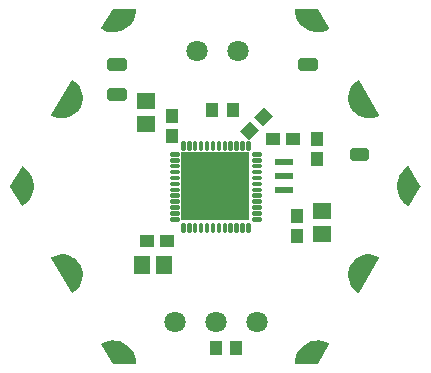
<source format=gbr>
G04 EAGLE Gerber RS-274X export*
G75*
%MOMM*%
%FSLAX34Y34*%
%LPD*%
%INSoldermask Bottom*%
%IPPOS*%
%AMOC8*
5,1,8,0,0,1.08239X$1,22.5*%
G01*
%ADD10R,1.101600X1.201600*%
%ADD11R,1.601600X1.401600*%
%ADD12C,0.225016*%
%ADD13R,5.801588X5.801588*%
%ADD14R,1.501597X0.501600*%
%ADD15R,1.401600X1.601600*%
%ADD16R,1.201600X1.101600*%
%ADD17C,0.605878*%
%ADD18C,1.101600*%
%ADD19C,1.801600*%

G36*
X224809Y256012D02*
X224809Y256012D01*
X224880Y256009D01*
X224907Y256019D01*
X224936Y256021D01*
X225026Y256063D01*
X225066Y256078D01*
X225074Y256086D01*
X225087Y256092D01*
X227390Y257691D01*
X227414Y257717D01*
X227454Y257744D01*
X229463Y259701D01*
X229482Y259730D01*
X229517Y259763D01*
X231176Y262024D01*
X231191Y262055D01*
X231220Y262094D01*
X232484Y264597D01*
X232493Y264631D01*
X232515Y264674D01*
X233351Y267351D01*
X233354Y267385D01*
X233369Y267431D01*
X233752Y270210D01*
X233750Y270244D01*
X233756Y270292D01*
X233677Y273095D01*
X233669Y273129D01*
X233668Y273177D01*
X233129Y275929D01*
X233115Y275961D01*
X233106Y276009D01*
X232121Y278634D01*
X232106Y278659D01*
X232101Y278679D01*
X232093Y278690D01*
X232086Y278709D01*
X230682Y281137D01*
X230659Y281163D01*
X230635Y281205D01*
X228851Y283368D01*
X228824Y283390D01*
X228793Y283427D01*
X226677Y285268D01*
X226647Y285285D01*
X226611Y285317D01*
X224220Y286784D01*
X224188Y286795D01*
X224147Y286821D01*
X221548Y287874D01*
X221514Y287881D01*
X221469Y287899D01*
X218732Y288510D01*
X218697Y288511D01*
X218650Y288522D01*
X215850Y288674D01*
X215816Y288669D01*
X215768Y288672D01*
X212980Y288362D01*
X212947Y288351D01*
X212899Y288346D01*
X210201Y287581D01*
X210171Y287565D01*
X210124Y287552D01*
X207589Y286353D01*
X207565Y286336D01*
X207538Y286326D01*
X207486Y286277D01*
X207429Y286234D01*
X207415Y286209D01*
X207394Y286189D01*
X207365Y286124D01*
X207329Y286063D01*
X207326Y286034D01*
X207314Y286007D01*
X207313Y285936D01*
X207304Y285865D01*
X207312Y285837D01*
X207312Y285808D01*
X207346Y285715D01*
X207358Y285674D01*
X207365Y285665D01*
X207370Y285652D01*
X224370Y256252D01*
X224389Y256230D01*
X224402Y256204D01*
X224455Y256156D01*
X224502Y256103D01*
X224528Y256091D01*
X224550Y256071D01*
X224617Y256048D01*
X224681Y256018D01*
X224710Y256016D01*
X224738Y256007D01*
X224809Y256012D01*
G37*
G36*
X476588Y403735D02*
X476588Y403735D01*
X476636Y403732D01*
X479424Y404042D01*
X479457Y404053D01*
X479505Y404058D01*
X482203Y404823D01*
X482233Y404839D01*
X482280Y404852D01*
X484815Y406051D01*
X484839Y406068D01*
X484866Y406078D01*
X484918Y406127D01*
X484975Y406170D01*
X484989Y406195D01*
X485011Y406215D01*
X485039Y406280D01*
X485075Y406342D01*
X485078Y406370D01*
X485090Y406397D01*
X485091Y406468D01*
X485100Y406539D01*
X485092Y406567D01*
X485092Y406596D01*
X485058Y406689D01*
X485046Y406730D01*
X485039Y406739D01*
X485034Y406752D01*
X468034Y436152D01*
X468015Y436174D01*
X468002Y436200D01*
X467949Y436248D01*
X467902Y436301D01*
X467876Y436313D01*
X467854Y436333D01*
X467787Y436356D01*
X467723Y436386D01*
X467694Y436388D01*
X467666Y436397D01*
X467595Y436392D01*
X467524Y436395D01*
X467497Y436385D01*
X467468Y436383D01*
X467378Y436341D01*
X467338Y436326D01*
X467330Y436318D01*
X467317Y436312D01*
X465014Y434713D01*
X464990Y434688D01*
X464950Y434660D01*
X462941Y432703D01*
X462922Y432674D01*
X462887Y432641D01*
X461228Y430380D01*
X461213Y430349D01*
X461184Y430310D01*
X459920Y427807D01*
X459911Y427773D01*
X459889Y427730D01*
X459053Y425053D01*
X459050Y425019D01*
X459035Y424973D01*
X458652Y422194D01*
X458654Y422160D01*
X458648Y422112D01*
X458727Y419309D01*
X458735Y419275D01*
X458736Y419227D01*
X459275Y416475D01*
X459289Y416443D01*
X459298Y416395D01*
X460283Y413770D01*
X460301Y413740D01*
X460318Y413695D01*
X461722Y411267D01*
X461745Y411241D01*
X461769Y411200D01*
X463553Y409036D01*
X463580Y409014D01*
X463611Y408977D01*
X465727Y407136D01*
X465757Y407119D01*
X465793Y407088D01*
X468184Y405620D01*
X468216Y405609D01*
X468257Y405583D01*
X470856Y404530D01*
X470890Y404523D01*
X470935Y404505D01*
X473672Y403894D01*
X473707Y403893D01*
X473754Y403882D01*
X476554Y403730D01*
X476588Y403735D01*
G37*
G36*
X467628Y256013D02*
X467628Y256013D01*
X467699Y256012D01*
X467726Y256023D01*
X467755Y256027D01*
X467817Y256061D01*
X467882Y256089D01*
X467903Y256110D01*
X467928Y256124D01*
X467991Y256200D01*
X468021Y256231D01*
X468025Y256241D01*
X468034Y256252D01*
X485034Y285652D01*
X485043Y285680D01*
X485060Y285704D01*
X485075Y285773D01*
X485097Y285841D01*
X485095Y285870D01*
X485101Y285898D01*
X485088Y285968D01*
X485082Y286039D01*
X485069Y286065D01*
X485063Y286093D01*
X485023Y286152D01*
X484991Y286215D01*
X484968Y286234D01*
X484952Y286258D01*
X484870Y286315D01*
X484837Y286342D01*
X484827Y286345D01*
X484815Y286353D01*
X482280Y287552D01*
X482246Y287560D01*
X482203Y287581D01*
X479505Y288346D01*
X479470Y288348D01*
X479424Y288362D01*
X476636Y288672D01*
X476602Y288669D01*
X476554Y288674D01*
X473754Y288522D01*
X473720Y288513D01*
X473672Y288510D01*
X470935Y287899D01*
X470903Y287885D01*
X470856Y287874D01*
X468257Y286821D01*
X468228Y286802D01*
X468184Y286784D01*
X465793Y285317D01*
X465768Y285293D01*
X465727Y285268D01*
X463611Y283427D01*
X463590Y283400D01*
X463553Y283368D01*
X461769Y281205D01*
X461753Y281174D01*
X461722Y281137D01*
X460318Y278709D01*
X460307Y278676D01*
X460300Y278663D01*
X460290Y278649D01*
X460290Y278646D01*
X460283Y278634D01*
X459298Y276009D01*
X459292Y275974D01*
X459275Y275929D01*
X458736Y273177D01*
X458736Y273143D01*
X458727Y273095D01*
X458648Y270292D01*
X458654Y270258D01*
X458652Y270210D01*
X459035Y267431D01*
X459047Y267399D01*
X459053Y267351D01*
X459889Y264674D01*
X459906Y264643D01*
X459920Y264597D01*
X461184Y262094D01*
X461206Y262067D01*
X461228Y262024D01*
X462887Y259763D01*
X462913Y259740D01*
X462941Y259701D01*
X464950Y257744D01*
X464979Y257725D01*
X465014Y257691D01*
X467317Y256092D01*
X467344Y256080D01*
X467367Y256062D01*
X467435Y256041D01*
X467500Y256013D01*
X467529Y256013D01*
X467557Y256005D01*
X467628Y256013D01*
G37*
G36*
X218650Y403882D02*
X218650Y403882D01*
X218684Y403891D01*
X218732Y403894D01*
X221469Y404505D01*
X221501Y404519D01*
X221548Y404530D01*
X224147Y405583D01*
X224176Y405602D01*
X224220Y405620D01*
X226611Y407088D01*
X226636Y407111D01*
X226677Y407136D01*
X228793Y408977D01*
X228814Y409004D01*
X228851Y409036D01*
X230635Y411200D01*
X230651Y411230D01*
X230682Y411267D01*
X232086Y413695D01*
X232097Y413728D01*
X232121Y413770D01*
X233106Y416395D01*
X233112Y416430D01*
X233129Y416475D01*
X233668Y419227D01*
X233668Y419262D01*
X233677Y419309D01*
X233756Y422112D01*
X233751Y422146D01*
X233752Y422194D01*
X233369Y424973D01*
X233357Y425005D01*
X233351Y425053D01*
X232515Y427730D01*
X232498Y427761D01*
X232484Y427807D01*
X231220Y430310D01*
X231198Y430337D01*
X231176Y430380D01*
X229517Y432641D01*
X229491Y432664D01*
X229463Y432703D01*
X227454Y434660D01*
X227425Y434679D01*
X227390Y434713D01*
X225087Y436312D01*
X225060Y436324D01*
X225037Y436342D01*
X224969Y436363D01*
X224904Y436391D01*
X224875Y436391D01*
X224847Y436399D01*
X224776Y436391D01*
X224705Y436392D01*
X224678Y436381D01*
X224649Y436377D01*
X224587Y436343D01*
X224522Y436315D01*
X224501Y436294D01*
X224476Y436280D01*
X224413Y436204D01*
X224383Y436173D01*
X224379Y436163D01*
X224370Y436152D01*
X207370Y406752D01*
X207361Y406724D01*
X207344Y406700D01*
X207329Y406631D01*
X207307Y406563D01*
X207309Y406534D01*
X207303Y406506D01*
X207316Y406436D01*
X207322Y406365D01*
X207335Y406339D01*
X207341Y406311D01*
X207381Y406252D01*
X207413Y406189D01*
X207436Y406170D01*
X207452Y406146D01*
X207534Y406089D01*
X207567Y406062D01*
X207577Y406059D01*
X207589Y406051D01*
X210124Y404852D01*
X210158Y404844D01*
X210201Y404823D01*
X212899Y404058D01*
X212934Y404056D01*
X212980Y404042D01*
X215768Y403732D01*
X215802Y403735D01*
X215850Y403730D01*
X218650Y403882D01*
G37*
G36*
X509929Y329213D02*
X509929Y329213D01*
X510000Y329213D01*
X510027Y329224D01*
X510056Y329227D01*
X510118Y329262D01*
X510183Y329290D01*
X510204Y329310D01*
X510229Y329325D01*
X510292Y329402D01*
X510322Y329432D01*
X510326Y329442D01*
X510335Y329453D01*
X519835Y345953D01*
X519845Y345985D01*
X519854Y345998D01*
X519858Y346022D01*
X519859Y346026D01*
X519890Y346096D01*
X519890Y346120D01*
X519898Y346142D01*
X519892Y346218D01*
X519893Y346295D01*
X519883Y346319D01*
X519882Y346340D01*
X519861Y346379D01*
X519835Y346451D01*
X510335Y362951D01*
X510316Y362973D01*
X510303Y362999D01*
X510250Y363047D01*
X510203Y363100D01*
X510177Y363113D01*
X510156Y363132D01*
X510088Y363155D01*
X510024Y363186D01*
X509995Y363188D01*
X509968Y363197D01*
X509896Y363192D01*
X509825Y363195D01*
X509798Y363185D01*
X509769Y363183D01*
X509679Y363141D01*
X509639Y363126D01*
X509631Y363119D01*
X509618Y363113D01*
X507095Y361371D01*
X507071Y361347D01*
X507033Y361320D01*
X504821Y359196D01*
X504802Y359168D01*
X504768Y359136D01*
X502926Y356685D01*
X502912Y356654D01*
X502883Y356617D01*
X501458Y353902D01*
X501449Y353871D01*
X501433Y353846D01*
X501432Y353838D01*
X501427Y353828D01*
X500456Y350920D01*
X500452Y350886D01*
X500437Y350842D01*
X499945Y347815D01*
X499946Y347781D01*
X499938Y347735D01*
X499938Y344669D01*
X499939Y344665D01*
X499939Y344663D01*
X499945Y344636D01*
X499945Y344589D01*
X500437Y341562D01*
X500449Y341531D01*
X500456Y341484D01*
X501427Y338576D01*
X501444Y338547D01*
X501458Y338502D01*
X502883Y335787D01*
X502905Y335761D01*
X502926Y335719D01*
X504768Y333268D01*
X504793Y333245D01*
X504821Y333208D01*
X507033Y331084D01*
X507061Y331066D01*
X507095Y331033D01*
X509618Y329291D01*
X509645Y329280D01*
X509667Y329261D01*
X509736Y329241D01*
X509801Y329213D01*
X509830Y329213D01*
X509858Y329205D01*
X509929Y329213D01*
G37*
G36*
X182508Y329212D02*
X182508Y329212D01*
X182579Y329209D01*
X182606Y329219D01*
X182635Y329221D01*
X182725Y329263D01*
X182765Y329278D01*
X182773Y329285D01*
X182786Y329291D01*
X185309Y331033D01*
X185333Y331057D01*
X185371Y331084D01*
X187583Y333208D01*
X187602Y333236D01*
X187636Y333268D01*
X189478Y335719D01*
X189492Y335750D01*
X189521Y335787D01*
X190946Y338502D01*
X190955Y338535D01*
X190977Y338576D01*
X191948Y341484D01*
X191952Y341518D01*
X191967Y341562D01*
X192459Y344589D01*
X192458Y344623D01*
X192466Y344669D01*
X192466Y347735D01*
X192459Y347768D01*
X192459Y347815D01*
X191967Y350842D01*
X191955Y350873D01*
X191948Y350920D01*
X190977Y353828D01*
X190964Y353851D01*
X190958Y353876D01*
X190951Y353885D01*
X190946Y353902D01*
X189521Y356617D01*
X189499Y356643D01*
X189478Y356685D01*
X187636Y359136D01*
X187611Y359159D01*
X187583Y359196D01*
X185371Y361320D01*
X185343Y361338D01*
X185309Y361371D01*
X182786Y363113D01*
X182759Y363124D01*
X182737Y363143D01*
X182668Y363163D01*
X182603Y363191D01*
X182574Y363191D01*
X182546Y363199D01*
X182475Y363191D01*
X182404Y363192D01*
X182377Y363180D01*
X182348Y363177D01*
X182286Y363142D01*
X182221Y363114D01*
X182200Y363094D01*
X182175Y363079D01*
X182112Y363002D01*
X182082Y362972D01*
X182078Y362962D01*
X182069Y362951D01*
X172569Y346451D01*
X172545Y346378D01*
X172514Y346308D01*
X172514Y346284D01*
X172506Y346262D01*
X172513Y346186D01*
X172512Y346109D01*
X172521Y346085D01*
X172522Y346064D01*
X172543Y346025D01*
X172562Y345973D01*
X172563Y345967D01*
X172565Y345965D01*
X172569Y345953D01*
X182069Y329453D01*
X182088Y329431D01*
X182101Y329405D01*
X182154Y329357D01*
X182201Y329304D01*
X182227Y329291D01*
X182249Y329272D01*
X182316Y329249D01*
X182380Y329218D01*
X182409Y329217D01*
X182436Y329207D01*
X182508Y329212D01*
G37*
G36*
X432878Y195718D02*
X432878Y195718D01*
X432956Y195727D01*
X432975Y195738D01*
X432997Y195742D01*
X433061Y195786D01*
X433129Y195825D01*
X433145Y195844D01*
X433161Y195855D01*
X433185Y195893D01*
X433235Y195953D01*
X442735Y212453D01*
X442744Y212480D01*
X442760Y212504D01*
X442775Y212574D01*
X442798Y212642D01*
X442795Y212670D01*
X442801Y212698D01*
X442788Y212769D01*
X442782Y212840D01*
X442769Y212865D01*
X442763Y212893D01*
X442723Y212953D01*
X442690Y213016D01*
X442668Y213034D01*
X442652Y213058D01*
X442569Y213116D01*
X442537Y213143D01*
X442526Y213146D01*
X442516Y213153D01*
X439750Y214462D01*
X439717Y214470D01*
X439674Y214490D01*
X436734Y215338D01*
X436700Y215341D01*
X436656Y215354D01*
X433618Y215719D01*
X433584Y215716D01*
X433537Y215722D01*
X430480Y215595D01*
X430447Y215587D01*
X430400Y215586D01*
X427403Y214970D01*
X427372Y214957D01*
X427326Y214948D01*
X424466Y213859D01*
X424438Y213841D01*
X424394Y213825D01*
X421746Y212291D01*
X421720Y212269D01*
X421680Y212246D01*
X419312Y210308D01*
X419290Y210281D01*
X419254Y210252D01*
X417227Y207959D01*
X417211Y207930D01*
X417179Y207895D01*
X415547Y205307D01*
X415535Y205275D01*
X415510Y205236D01*
X414314Y202419D01*
X414307Y202386D01*
X414304Y202379D01*
X414300Y202373D01*
X414299Y202367D01*
X414288Y202343D01*
X413560Y199371D01*
X413558Y199337D01*
X413547Y199292D01*
X413304Y196242D01*
X413308Y196213D01*
X413303Y196185D01*
X413320Y196116D01*
X413328Y196044D01*
X413343Y196020D01*
X413349Y195992D01*
X413392Y195934D01*
X413428Y195872D01*
X413450Y195855D01*
X413467Y195832D01*
X413529Y195795D01*
X413586Y195752D01*
X413614Y195745D01*
X413638Y195730D01*
X413738Y195714D01*
X413779Y195703D01*
X413789Y195705D01*
X413802Y195703D01*
X432802Y195703D01*
X432878Y195718D01*
G37*
G36*
X433571Y476687D02*
X433571Y476687D01*
X433618Y476685D01*
X436656Y477050D01*
X436688Y477061D01*
X436734Y477066D01*
X439674Y477914D01*
X439704Y477930D01*
X439750Y477942D01*
X442516Y479251D01*
X442538Y479268D01*
X442565Y479278D01*
X442617Y479327D01*
X442675Y479370D01*
X442689Y479395D01*
X442710Y479414D01*
X442739Y479480D01*
X442775Y479542D01*
X442778Y479570D01*
X442790Y479596D01*
X442791Y479668D01*
X442800Y479739D01*
X442792Y479766D01*
X442793Y479795D01*
X442757Y479890D01*
X442746Y479930D01*
X442739Y479939D01*
X442735Y479951D01*
X433235Y496451D01*
X433183Y496510D01*
X433137Y496572D01*
X433118Y496583D01*
X433103Y496600D01*
X433033Y496634D01*
X432966Y496674D01*
X432942Y496678D01*
X432924Y496686D01*
X432879Y496688D01*
X432802Y496701D01*
X413802Y496701D01*
X413774Y496696D01*
X413746Y496698D01*
X413678Y496676D01*
X413607Y496662D01*
X413584Y496646D01*
X413557Y496637D01*
X413502Y496590D01*
X413443Y496549D01*
X413428Y496525D01*
X413407Y496507D01*
X413375Y496442D01*
X413336Y496382D01*
X413331Y496354D01*
X413319Y496328D01*
X413310Y496227D01*
X413303Y496185D01*
X413305Y496175D01*
X413304Y496162D01*
X413547Y493112D01*
X413556Y493080D01*
X413560Y493033D01*
X414288Y490061D01*
X414303Y490030D01*
X414314Y489985D01*
X415510Y487168D01*
X415529Y487140D01*
X415547Y487097D01*
X417179Y484509D01*
X417203Y484485D01*
X417227Y484445D01*
X419254Y482152D01*
X419281Y482132D01*
X419312Y482096D01*
X421680Y480158D01*
X421710Y480142D01*
X421746Y480113D01*
X424394Y478580D01*
X424426Y478569D01*
X424466Y478545D01*
X427326Y477457D01*
X427359Y477451D01*
X427403Y477434D01*
X430400Y476818D01*
X430434Y476818D01*
X430480Y476809D01*
X433537Y476682D01*
X433571Y476687D01*
G37*
G36*
X278630Y195708D02*
X278630Y195708D01*
X278658Y195706D01*
X278726Y195728D01*
X278797Y195742D01*
X278820Y195758D01*
X278847Y195767D01*
X278902Y195814D01*
X278961Y195855D01*
X278976Y195879D01*
X278998Y195897D01*
X279029Y195962D01*
X279068Y196022D01*
X279073Y196050D01*
X279085Y196076D01*
X279094Y196177D01*
X279101Y196219D01*
X279099Y196229D01*
X279100Y196242D01*
X278857Y199292D01*
X278848Y199324D01*
X278844Y199371D01*
X278116Y202343D01*
X278101Y202374D01*
X278090Y202419D01*
X276894Y205236D01*
X276875Y205264D01*
X276857Y205307D01*
X275225Y207895D01*
X275201Y207919D01*
X275177Y207959D01*
X273150Y210252D01*
X273123Y210272D01*
X273092Y210308D01*
X270725Y212246D01*
X270694Y212262D01*
X270658Y212291D01*
X268010Y213825D01*
X267978Y213835D01*
X267938Y213859D01*
X265078Y214948D01*
X265045Y214953D01*
X265001Y214970D01*
X262004Y215586D01*
X261970Y215586D01*
X261924Y215595D01*
X258867Y215722D01*
X258833Y215717D01*
X258786Y215719D01*
X255748Y215354D01*
X255716Y215343D01*
X255670Y215338D01*
X252730Y214490D01*
X252700Y214474D01*
X252655Y214462D01*
X249889Y213153D01*
X249866Y213136D01*
X249839Y213126D01*
X249787Y213077D01*
X249729Y213034D01*
X249715Y213009D01*
X249694Y212990D01*
X249665Y212924D01*
X249629Y212862D01*
X249626Y212834D01*
X249614Y212808D01*
X249613Y212736D01*
X249604Y212665D01*
X249612Y212638D01*
X249612Y212609D01*
X249647Y212514D01*
X249658Y212474D01*
X249665Y212465D01*
X249669Y212453D01*
X259169Y195953D01*
X259221Y195895D01*
X259267Y195832D01*
X259286Y195821D01*
X259301Y195804D01*
X259371Y195770D01*
X259438Y195730D01*
X259463Y195726D01*
X259480Y195718D01*
X259525Y195716D01*
X259602Y195703D01*
X278602Y195703D01*
X278630Y195708D01*
G37*
G36*
X261924Y476809D02*
X261924Y476809D01*
X261957Y476817D01*
X262004Y476818D01*
X265001Y477434D01*
X265032Y477447D01*
X265078Y477457D01*
X267938Y478545D01*
X267967Y478563D01*
X268010Y478580D01*
X270658Y480113D01*
X270684Y480135D01*
X270725Y480158D01*
X273092Y482096D01*
X273114Y482123D01*
X273150Y482152D01*
X275177Y484445D01*
X275194Y484474D01*
X275225Y484509D01*
X276857Y487097D01*
X276869Y487129D01*
X276894Y487168D01*
X278090Y489985D01*
X278097Y490018D01*
X278116Y490061D01*
X278844Y493033D01*
X278846Y493067D01*
X278857Y493112D01*
X279100Y496162D01*
X279096Y496191D01*
X279101Y496219D01*
X279084Y496288D01*
X279076Y496360D01*
X279062Y496384D01*
X279055Y496412D01*
X279012Y496470D01*
X278977Y496532D01*
X278954Y496549D01*
X278937Y496572D01*
X278875Y496609D01*
X278818Y496652D01*
X278790Y496659D01*
X278766Y496674D01*
X278666Y496690D01*
X278625Y496701D01*
X278615Y496699D01*
X278602Y496701D01*
X259602Y496701D01*
X259526Y496686D01*
X259448Y496677D01*
X259429Y496666D01*
X259407Y496662D01*
X259343Y496618D01*
X259275Y496579D01*
X259259Y496560D01*
X259243Y496549D01*
X259219Y496511D01*
X259169Y496451D01*
X249669Y479951D01*
X249660Y479924D01*
X249644Y479900D01*
X249629Y479830D01*
X249606Y479762D01*
X249609Y479734D01*
X249603Y479706D01*
X249617Y479636D01*
X249622Y479564D01*
X249635Y479539D01*
X249641Y479511D01*
X249681Y479451D01*
X249714Y479388D01*
X249736Y479370D01*
X249752Y479346D01*
X249835Y479288D01*
X249867Y479261D01*
X249878Y479258D01*
X249889Y479251D01*
X252655Y477942D01*
X252688Y477934D01*
X252730Y477914D01*
X255670Y477066D01*
X255704Y477063D01*
X255748Y477050D01*
X258786Y476685D01*
X258820Y476688D01*
X258867Y476682D01*
X261924Y476809D01*
G37*
D10*
X432090Y369521D03*
X432090Y386521D03*
D11*
X436127Y306058D03*
X436127Y325058D03*
D12*
X377819Y373069D02*
X377819Y374335D01*
X383585Y374335D01*
X383585Y373069D01*
X377819Y373069D01*
X377819Y369335D02*
X377819Y368069D01*
X377819Y369335D02*
X383585Y369335D01*
X383585Y368069D01*
X377819Y368069D01*
X377819Y364335D02*
X377819Y363069D01*
X377819Y364335D02*
X383585Y364335D01*
X383585Y363069D01*
X377819Y363069D01*
X377819Y359335D02*
X377819Y358069D01*
X377819Y359335D02*
X383585Y359335D01*
X383585Y358069D01*
X377819Y358069D01*
X377819Y354335D02*
X377819Y353069D01*
X377819Y354335D02*
X383585Y354335D01*
X383585Y353069D01*
X377819Y353069D01*
X377819Y349335D02*
X377819Y348069D01*
X377819Y349335D02*
X383585Y349335D01*
X383585Y348069D01*
X377819Y348069D01*
X377819Y344335D02*
X377819Y343069D01*
X377819Y344335D02*
X383585Y344335D01*
X383585Y343069D01*
X377819Y343069D01*
X377819Y339335D02*
X377819Y338069D01*
X377819Y339335D02*
X383585Y339335D01*
X383585Y338069D01*
X377819Y338069D01*
X377819Y334335D02*
X377819Y333069D01*
X377819Y334335D02*
X383585Y334335D01*
X383585Y333069D01*
X377819Y333069D01*
X377819Y329335D02*
X377819Y328069D01*
X377819Y329335D02*
X383585Y329335D01*
X383585Y328069D01*
X377819Y328069D01*
X377819Y324335D02*
X377819Y323069D01*
X377819Y324335D02*
X383585Y324335D01*
X383585Y323069D01*
X377819Y323069D01*
X377819Y319335D02*
X377819Y318069D01*
X377819Y319335D02*
X383585Y319335D01*
X383585Y318069D01*
X377819Y318069D01*
X374335Y314585D02*
X373069Y314585D01*
X374335Y314585D02*
X374335Y308819D01*
X373069Y308819D01*
X373069Y314585D01*
X373069Y310956D02*
X374335Y310956D01*
X374335Y313093D02*
X373069Y313093D01*
X369335Y314585D02*
X368069Y314585D01*
X369335Y314585D02*
X369335Y308819D01*
X368069Y308819D01*
X368069Y314585D01*
X368069Y310956D02*
X369335Y310956D01*
X369335Y313093D02*
X368069Y313093D01*
X364335Y314585D02*
X363069Y314585D01*
X364335Y314585D02*
X364335Y308819D01*
X363069Y308819D01*
X363069Y314585D01*
X363069Y310956D02*
X364335Y310956D01*
X364335Y313093D02*
X363069Y313093D01*
X359335Y314585D02*
X358069Y314585D01*
X359335Y314585D02*
X359335Y308819D01*
X358069Y308819D01*
X358069Y314585D01*
X358069Y310956D02*
X359335Y310956D01*
X359335Y313093D02*
X358069Y313093D01*
X354335Y314585D02*
X353069Y314585D01*
X354335Y314585D02*
X354335Y308819D01*
X353069Y308819D01*
X353069Y314585D01*
X353069Y310956D02*
X354335Y310956D01*
X354335Y313093D02*
X353069Y313093D01*
X349335Y314585D02*
X348069Y314585D01*
X349335Y314585D02*
X349335Y308819D01*
X348069Y308819D01*
X348069Y314585D01*
X348069Y310956D02*
X349335Y310956D01*
X349335Y313093D02*
X348069Y313093D01*
X344335Y314585D02*
X343069Y314585D01*
X344335Y314585D02*
X344335Y308819D01*
X343069Y308819D01*
X343069Y314585D01*
X343069Y310956D02*
X344335Y310956D01*
X344335Y313093D02*
X343069Y313093D01*
X339335Y314585D02*
X338069Y314585D01*
X339335Y314585D02*
X339335Y308819D01*
X338069Y308819D01*
X338069Y314585D01*
X338069Y310956D02*
X339335Y310956D01*
X339335Y313093D02*
X338069Y313093D01*
X334335Y314585D02*
X333069Y314585D01*
X334335Y314585D02*
X334335Y308819D01*
X333069Y308819D01*
X333069Y314585D01*
X333069Y310956D02*
X334335Y310956D01*
X334335Y313093D02*
X333069Y313093D01*
X329335Y314585D02*
X328069Y314585D01*
X329335Y314585D02*
X329335Y308819D01*
X328069Y308819D01*
X328069Y314585D01*
X328069Y310956D02*
X329335Y310956D01*
X329335Y313093D02*
X328069Y313093D01*
X324335Y314585D02*
X323069Y314585D01*
X324335Y314585D02*
X324335Y308819D01*
X323069Y308819D01*
X323069Y314585D01*
X323069Y310956D02*
X324335Y310956D01*
X324335Y313093D02*
X323069Y313093D01*
X319335Y314585D02*
X318069Y314585D01*
X319335Y314585D02*
X319335Y308819D01*
X318069Y308819D01*
X318069Y314585D01*
X318069Y310956D02*
X319335Y310956D01*
X319335Y313093D02*
X318069Y313093D01*
X314585Y318069D02*
X314585Y319335D01*
X314585Y318069D02*
X308819Y318069D01*
X308819Y319335D01*
X314585Y319335D01*
X314585Y323069D02*
X314585Y324335D01*
X314585Y323069D02*
X308819Y323069D01*
X308819Y324335D01*
X314585Y324335D01*
X314585Y328069D02*
X314585Y329335D01*
X314585Y328069D02*
X308819Y328069D01*
X308819Y329335D01*
X314585Y329335D01*
X314585Y333069D02*
X314585Y334335D01*
X314585Y333069D02*
X308819Y333069D01*
X308819Y334335D01*
X314585Y334335D01*
X314585Y338069D02*
X314585Y339335D01*
X314585Y338069D02*
X308819Y338069D01*
X308819Y339335D01*
X314585Y339335D01*
X314585Y343069D02*
X314585Y344335D01*
X314585Y343069D02*
X308819Y343069D01*
X308819Y344335D01*
X314585Y344335D01*
X314585Y348069D02*
X314585Y349335D01*
X314585Y348069D02*
X308819Y348069D01*
X308819Y349335D01*
X314585Y349335D01*
X314585Y353069D02*
X314585Y354335D01*
X314585Y353069D02*
X308819Y353069D01*
X308819Y354335D01*
X314585Y354335D01*
X314585Y358069D02*
X314585Y359335D01*
X314585Y358069D02*
X308819Y358069D01*
X308819Y359335D01*
X314585Y359335D01*
X314585Y363069D02*
X314585Y364335D01*
X314585Y363069D02*
X308819Y363069D01*
X308819Y364335D01*
X314585Y364335D01*
X314585Y368069D02*
X314585Y369335D01*
X314585Y368069D02*
X308819Y368069D01*
X308819Y369335D01*
X314585Y369335D01*
X314585Y373069D02*
X314585Y374335D01*
X314585Y373069D02*
X308819Y373069D01*
X308819Y374335D01*
X314585Y374335D01*
X318069Y377819D02*
X319335Y377819D01*
X318069Y377819D02*
X318069Y383585D01*
X319335Y383585D01*
X319335Y377819D01*
X319335Y379956D02*
X318069Y379956D01*
X318069Y382093D02*
X319335Y382093D01*
X323069Y377819D02*
X324335Y377819D01*
X323069Y377819D02*
X323069Y383585D01*
X324335Y383585D01*
X324335Y377819D01*
X324335Y379956D02*
X323069Y379956D01*
X323069Y382093D02*
X324335Y382093D01*
X328069Y377819D02*
X329335Y377819D01*
X328069Y377819D02*
X328069Y383585D01*
X329335Y383585D01*
X329335Y377819D01*
X329335Y379956D02*
X328069Y379956D01*
X328069Y382093D02*
X329335Y382093D01*
X333069Y377819D02*
X334335Y377819D01*
X333069Y377819D02*
X333069Y383585D01*
X334335Y383585D01*
X334335Y377819D01*
X334335Y379956D02*
X333069Y379956D01*
X333069Y382093D02*
X334335Y382093D01*
X338069Y377819D02*
X339335Y377819D01*
X338069Y377819D02*
X338069Y383585D01*
X339335Y383585D01*
X339335Y377819D01*
X339335Y379956D02*
X338069Y379956D01*
X338069Y382093D02*
X339335Y382093D01*
X343069Y377819D02*
X344335Y377819D01*
X343069Y377819D02*
X343069Y383585D01*
X344335Y383585D01*
X344335Y377819D01*
X344335Y379956D02*
X343069Y379956D01*
X343069Y382093D02*
X344335Y382093D01*
X348069Y377819D02*
X349335Y377819D01*
X348069Y377819D02*
X348069Y383585D01*
X349335Y383585D01*
X349335Y377819D01*
X349335Y379956D02*
X348069Y379956D01*
X348069Y382093D02*
X349335Y382093D01*
X353069Y377819D02*
X354335Y377819D01*
X353069Y377819D02*
X353069Y383585D01*
X354335Y383585D01*
X354335Y377819D01*
X354335Y379956D02*
X353069Y379956D01*
X353069Y382093D02*
X354335Y382093D01*
X358069Y377819D02*
X359335Y377819D01*
X358069Y377819D02*
X358069Y383585D01*
X359335Y383585D01*
X359335Y377819D01*
X359335Y379956D02*
X358069Y379956D01*
X358069Y382093D02*
X359335Y382093D01*
X363069Y377819D02*
X364335Y377819D01*
X363069Y377819D02*
X363069Y383585D01*
X364335Y383585D01*
X364335Y377819D01*
X364335Y379956D02*
X363069Y379956D01*
X363069Y382093D02*
X364335Y382093D01*
X368069Y377819D02*
X369335Y377819D01*
X368069Y377819D02*
X368069Y383585D01*
X369335Y383585D01*
X369335Y377819D01*
X369335Y379956D02*
X368069Y379956D01*
X368069Y382093D02*
X369335Y382093D01*
X373069Y377819D02*
X374335Y377819D01*
X373069Y377819D02*
X373069Y383585D01*
X374335Y383585D01*
X374335Y377819D01*
X374335Y379956D02*
X373069Y379956D01*
X373069Y382093D02*
X374335Y382093D01*
D13*
X346202Y346202D03*
D14*
X404335Y366820D03*
X404335Y354820D03*
X404335Y342820D03*
D10*
X343679Y410520D03*
X360679Y410520D03*
D15*
X302733Y279588D03*
X283733Y279588D03*
D11*
X287843Y399049D03*
X287843Y418049D03*
D10*
X414886Y304344D03*
X414886Y321344D03*
D16*
G36*
X382896Y393890D02*
X374400Y385394D01*
X366610Y393184D01*
X375106Y401680D01*
X382896Y393890D01*
G37*
G36*
X394917Y405911D02*
X386421Y397415D01*
X378631Y405205D01*
X387127Y413701D01*
X394917Y405911D01*
G37*
D10*
X309446Y388545D03*
X309446Y405545D03*
D16*
X305284Y299944D03*
X288284Y299944D03*
X395119Y386474D03*
X412119Y386474D03*
D10*
X363323Y209713D03*
X346323Y209713D03*
D17*
X267861Y422209D02*
X256903Y422209D01*
X256903Y427167D01*
X267861Y427167D01*
X267861Y422209D01*
X267861Y452567D02*
X256903Y452567D01*
X267861Y452567D02*
X267861Y447609D01*
X256903Y447609D01*
X256903Y452567D01*
X418447Y452059D02*
X429405Y452059D01*
X429405Y447101D01*
X418447Y447101D01*
X418447Y452059D01*
X462293Y376062D02*
X473251Y376062D01*
X473251Y371104D01*
X462293Y371104D01*
X462293Y376062D01*
D18*
X428802Y489302D03*
X511402Y346202D03*
X428802Y203102D03*
X263602Y203102D03*
X181002Y346202D03*
X263602Y489302D03*
X470102Y417702D03*
X470102Y274702D03*
X222302Y274702D03*
X222302Y417702D03*
D19*
X365480Y460740D03*
X330480Y460740D03*
X311710Y231410D03*
X346710Y231410D03*
X381710Y231410D03*
M02*

</source>
